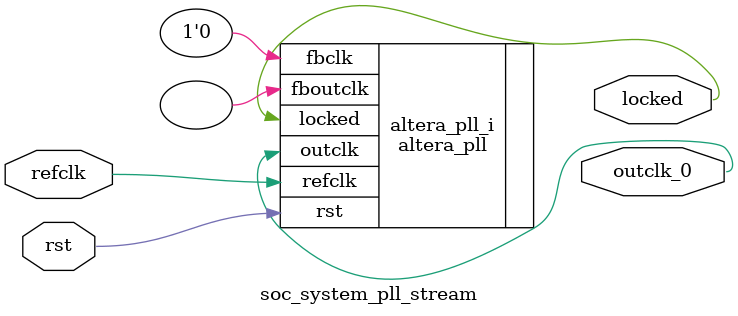
<source format=v>
`timescale 1ns/10ps
module  soc_system_pll_stream(

	// interface 'refclk'
	input wire refclk,

	// interface 'reset'
	input wire rst,

	// interface 'outclk0'
	output wire outclk_0,

	// interface 'locked'
	output wire locked
);

	altera_pll #(
		.fractional_vco_multiplier("true"),
		.reference_clock_frequency("50.0 MHz"),
		.operation_mode("normal"),
		.number_of_clocks(1),
		.output_clock_frequency0("130.000000 MHz"),
		.phase_shift0("0 ps"),
		.duty_cycle0(50),
		.output_clock_frequency1("0 MHz"),
		.phase_shift1("0 ps"),
		.duty_cycle1(50),
		.output_clock_frequency2("0 MHz"),
		.phase_shift2("0 ps"),
		.duty_cycle2(50),
		.output_clock_frequency3("0 MHz"),
		.phase_shift3("0 ps"),
		.duty_cycle3(50),
		.output_clock_frequency4("0 MHz"),
		.phase_shift4("0 ps"),
		.duty_cycle4(50),
		.output_clock_frequency5("0 MHz"),
		.phase_shift5("0 ps"),
		.duty_cycle5(50),
		.output_clock_frequency6("0 MHz"),
		.phase_shift6("0 ps"),
		.duty_cycle6(50),
		.output_clock_frequency7("0 MHz"),
		.phase_shift7("0 ps"),
		.duty_cycle7(50),
		.output_clock_frequency8("0 MHz"),
		.phase_shift8("0 ps"),
		.duty_cycle8(50),
		.output_clock_frequency9("0 MHz"),
		.phase_shift9("0 ps"),
		.duty_cycle9(50),
		.output_clock_frequency10("0 MHz"),
		.phase_shift10("0 ps"),
		.duty_cycle10(50),
		.output_clock_frequency11("0 MHz"),
		.phase_shift11("0 ps"),
		.duty_cycle11(50),
		.output_clock_frequency12("0 MHz"),
		.phase_shift12("0 ps"),
		.duty_cycle12(50),
		.output_clock_frequency13("0 MHz"),
		.phase_shift13("0 ps"),
		.duty_cycle13(50),
		.output_clock_frequency14("0 MHz"),
		.phase_shift14("0 ps"),
		.duty_cycle14(50),
		.output_clock_frequency15("0 MHz"),
		.phase_shift15("0 ps"),
		.duty_cycle15(50),
		.output_clock_frequency16("0 MHz"),
		.phase_shift16("0 ps"),
		.duty_cycle16(50),
		.output_clock_frequency17("0 MHz"),
		.phase_shift17("0 ps"),
		.duty_cycle17(50),
		.pll_type("General"),
		.pll_subtype("General")
	) altera_pll_i (
		.rst	(rst),
		.outclk	({outclk_0}),
		.locked	(locked),
		.fboutclk	( ),
		.fbclk	(1'b0),
		.refclk	(refclk)
	);
endmodule


</source>
